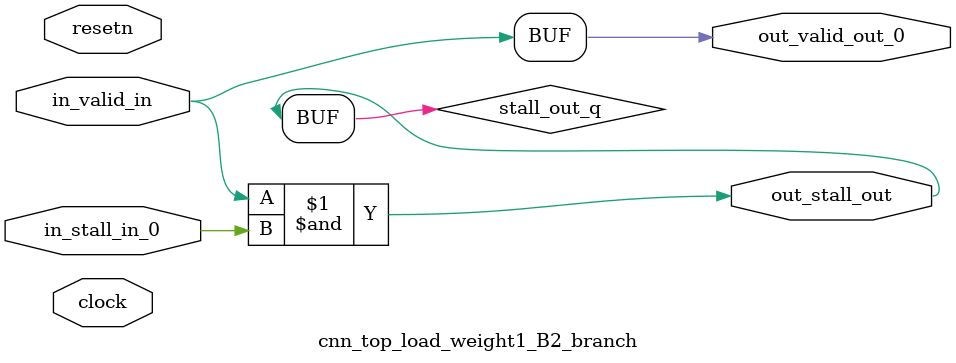
<source format=sv>



(* altera_attribute = "-name AUTO_SHIFT_REGISTER_RECOGNITION OFF; -name MESSAGE_DISABLE 10036; -name MESSAGE_DISABLE 10037; -name MESSAGE_DISABLE 14130; -name MESSAGE_DISABLE 14320; -name MESSAGE_DISABLE 15400; -name MESSAGE_DISABLE 14130; -name MESSAGE_DISABLE 10036; -name MESSAGE_DISABLE 12020; -name MESSAGE_DISABLE 12030; -name MESSAGE_DISABLE 12010; -name MESSAGE_DISABLE 12110; -name MESSAGE_DISABLE 14320; -name MESSAGE_DISABLE 13410; -name MESSAGE_DISABLE 113007; -name MESSAGE_DISABLE 10958" *)
module cnn_top_load_weight1_B2_branch (
    input wire [0:0] in_stall_in_0,
    input wire [0:0] in_valid_in,
    output wire [0:0] out_stall_out,
    output wire [0:0] out_valid_out_0,
    input wire clock,
    input wire resetn
    );

    wire [0:0] stall_out_q;


    // stall_out(LOGICAL,6)
    assign stall_out_q = in_valid_in & in_stall_in_0;

    // out_stall_out(GPOUT,4)
    assign out_stall_out = stall_out_q;

    // out_valid_out_0(GPOUT,5)
    assign out_valid_out_0 = in_valid_in;

endmodule

</source>
